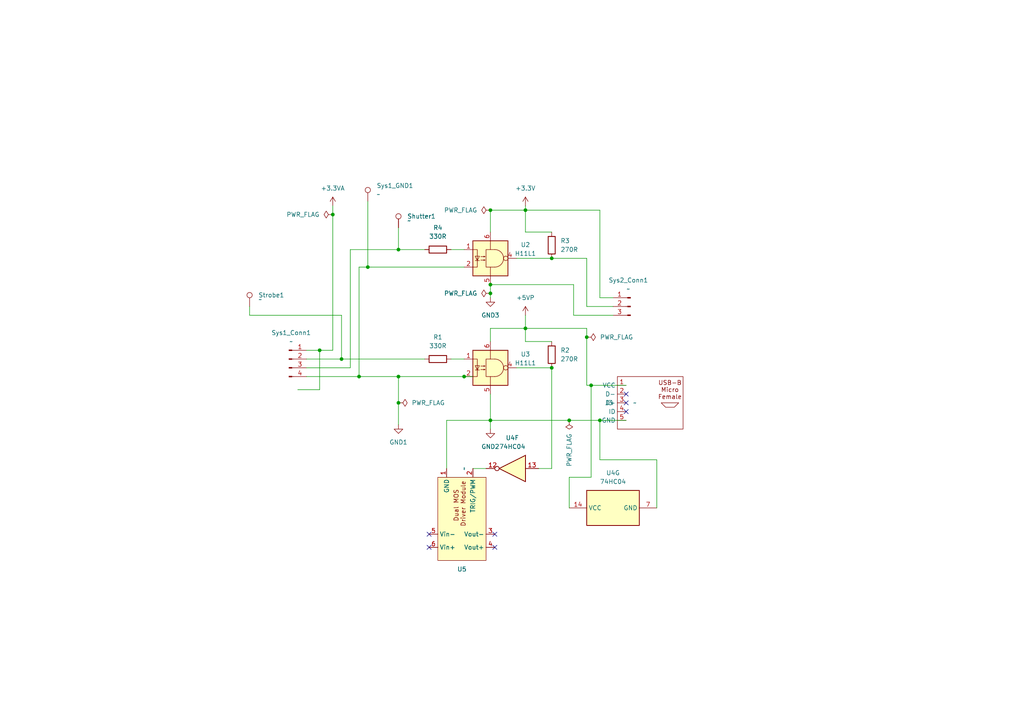
<source format=kicad_sch>
(kicad_sch (version 20230121) (generator eeschema)
  (paper "A4")
  (lib_symbols
    (symbol "74xx:74HC04"
      (property "Reference" "U" (at 0 1.27 0))
      (property "Value" "74HC04" (at 0 -1.27 0))
      (symbol "74HC04_1_0"
        (polyline (pts (xy -3.81 3.81) (xy -3.81 -3.81) (xy 3.81 0) (xy -3.81 3.81)) (stroke (width 0.254)) (fill (type background)))
        (pin input line (at -7.62 0 0) (length 3.81) (name "~") (number "1"))
        (pin output inverted (at 7.62 0 180) (length 3.81) (name "~") (number "2"))
      )
      (symbol "74HC04_2_0"
        (polyline (pts (xy -3.81 3.81) (xy -3.81 -3.81) (xy 3.81 0) (xy -3.81 3.81)) (stroke (width 0.254)) (fill (type background)))
        (pin input line (at -7.62 0 0) (length 3.81) (name "~") (number "3"))
        (pin output inverted (at 7.62 0 180) (length 3.81) (name "~") (number "4"))
      )
      (symbol "74HC04_3_0"
        (polyline (pts (xy -3.81 3.81) (xy -3.81 -3.81) (xy 3.81 0) (xy -3.81 3.81)) (stroke (width 0.254)) (fill (type background)))
        (pin input line (at -7.62 0 0) (length 3.81) (name "~") (number "5"))
        (pin output inverted (at 7.62 0 180) (length 3.81) (name "~") (number "6"))
      )
      (symbol "74HC04_4_0"
        (polyline (pts (xy -3.81 3.81) (xy -3.81 -3.81) (xy 3.81 0) (xy -3.81 3.81)) (stroke (width 0.254)) (fill (type background)))
        (pin output inverted (at 7.62 0 180) (length 3.81) (name "~") (number "8"))
        (pin input line (at -7.62 0 0) (length 3.81) (name "~") (number "9"))
      )
      (symbol "74HC04_5_0"
        (polyline (pts (xy -3.81 3.81) (xy -3.81 -3.81) (xy 3.81 0) (xy -3.81 3.81)) (stroke (width 0.254)) (fill (type background)))
        (pin output inverted (at 7.62 0 180) (length 3.81) (name "~") (number "10"))
        (pin input line (at -7.62 0 0) (length 3.81) (name "~") (number "11"))
      )
      (symbol "74HC04_6_0"
        (polyline (pts (xy -3.81 3.81) (xy -3.81 -3.81) (xy 3.81 0) (xy -3.81 3.81)) (stroke (width 0.254)) (fill (type background)))
        (pin output inverted (at 7.62 0 180) (length 3.81) (name "~") (number "12"))
        (pin input line (at -7.62 0 0) (length 3.81) (name "~") (number "13"))
      )
      (symbol "74HC04_7_0"
        (pin power_in line (at 0 12.7 270) (length 5.08) (name "VCC") (number "14"))
        (pin power_in line (at 0 -12.7 90) (length 5.08) (name "GND") (number "7"))
      )
      (symbol "74HC04_7_1"
        (rectangle (start -5.08 7.62) (end 5.08 -7.62) (stroke (width 0.254)) (fill (type background)))
      )
    )
    (symbol "Connector:Conn_01x03_Pin" (pin_names (offset 1.016) hide)
      (property "Reference" "J" (at 0 5.08 0))
      (property "Value" "Conn_01x03_Pin" (at 0 -5.08 0))
      (symbol "Conn_01x03_Pin_1_1"
        (polyline (pts (xy 1.27 -2.54) (xy 0.8636 -2.54)) (stroke (width 0.1524)))
        (polyline (pts (xy 1.27 0) (xy 0.8636 0)) (stroke (width 0.1524)))
        (polyline (pts (xy 1.27 2.54) (xy 0.8636 2.54)) (stroke (width 0.1524)))
        (rectangle (start 0.8636 -2.413) (end 0 -2.667) (stroke (width 0.1524)) (fill (type outline)))
        (rectangle (start 0.8636 0.127) (end 0 -0.127) (stroke (width 0.1524)) (fill (type outline)))
        (rectangle (start 0.8636 2.667) (end 0 2.413) (stroke (width 0.1524)) (fill (type outline)))
        (pin passive line (at 5.08 2.54 180) (length 3.81) (name "Pin_1") (number "1"))
        (pin passive line (at 5.08 0 180) (length 3.81) (name "Pin_2") (number "2"))
        (pin passive line (at 5.08 -2.54 180) (length 3.81) (name "Pin_3") (number "3"))
      )
    )
    (symbol "Connector:Conn_01x04_Pin" (pin_names (offset 1.016) hide)
      (property "Reference" "J" (at 0 5.08 0))
      (property "Value" "Conn_01x04_Pin" (at 0 -7.62 0))
      (symbol "Conn_01x04_Pin_1_1"
        (polyline (pts (xy 1.27 -5.08) (xy 0.8636 -5.08)) (stroke (width 0.1524)))
        (polyline (pts (xy 1.27 -2.54) (xy 0.8636 -2.54)) (stroke (width 0.1524)))
        (polyline (pts (xy 1.27 0) (xy 0.8636 0)) (stroke (width 0.1524)))
        (polyline (pts (xy 1.27 2.54) (xy 0.8636 2.54)) (stroke (width 0.1524)))
        (rectangle (start 0.8636 -4.953) (end 0 -5.207) (stroke (width 0.1524)) (fill (type outline)))
        (rectangle (start 0.8636 -2.413) (end 0 -2.667) (stroke (width 0.1524)) (fill (type outline)))
        (rectangle (start 0.8636 0.127) (end 0 -0.127) (stroke (width 0.1524)) (fill (type outline)))
        (rectangle (start 0.8636 2.667) (end 0 2.413) (stroke (width 0.1524)) (fill (type outline)))
        (pin passive line (at 5.08 2.54 180) (length 3.81) (name "Pin_1") (number "1"))
        (pin passive line (at 5.08 0 180) (length 3.81) (name "Pin_2") (number "2"))
        (pin passive line (at 5.08 -2.54 180) (length 3.81) (name "Pin_3") (number "3"))
        (pin passive line (at 5.08 -5.08 180) (length 3.81) (name "Pin_4") (number "4"))
      )
    )
    (symbol "Connector:TestPoint" (pin_numbers hide) (pin_names (offset 0.762) hide)
      (property "Reference" "TP" (at 0 6.858 0))
      (property "Value" "TestPoint" (at 0 5.08 0))
      (symbol "TestPoint_0_1"
        (circle (center 0 3.302) (radius 0.762))
      )
      (symbol "TestPoint_1_1"
        (pin passive line (at 0 0 90) (length 2.54) (name "1") (number "1"))
      )
    )
    (symbol "Device:R" (pin_numbers hide) (pin_names (offset 0))
      (property "Reference" "R" (at 2.032 0 90))
      (property "Value" "R" (at 0 0 90))
      (symbol "R_0_1"
        (rectangle (start -1.016 -2.54) (end 1.016 2.54) (stroke (width 0.254)))
      )
      (symbol "R_1_1"
        (pin passive line (at 0 3.81 270) (length 1.27) (name "~") (number "1"))
        (pin passive line (at 0 -3.81 90) (length 1.27) (name "~") (number "2"))
      )
    )
    (symbol "Isolator:H11L1" (pin_names (offset 1.016))
      (property "Reference" "U" (at 1.27 8.89 0))
      (property "Value" "H11L1" (at 1.27 6.35 0))
      (symbol "H11L1_0_1"
        (rectangle (start -5.08 5.08) (end 5.08 -5.08) (stroke (width 0.254)) (fill (type background)))
        (polyline (pts (xy -4.445 -0.635) (xy -3.175 -0.635)))
        (polyline (pts (xy 0 2.54) (xy 0 5.08)))
        (polyline (pts (xy 0 -2.54) (xy 0 -5.08) (xy 0 -3.81)))
        (polyline (pts (xy -5.08 -2.54) (xy -3.81 -2.54) (xy -3.81 2.54) (xy -5.08 2.54)))
        (polyline (pts (xy -3.81 -0.635) (xy -4.445 0.635) (xy -3.175 0.635) (xy -3.81 -0.635)))
        (polyline (pts (xy 1.27 -2.54) (xy -1.27 -2.54) (xy -1.27 2.54) (xy 1.27 2.54)))
        (polyline (pts (xy -2.794 -0.508) (xy -1.524 -0.508) (xy -1.905 -0.635) (xy -1.905 -0.381) (xy -1.524 -0.508)))
        (polyline (pts (xy -2.794 0.508) (xy -1.524 0.508) (xy -1.905 0.381) (xy -1.905 0.635) (xy -1.524 0.508)))
        (arc (start 1.27 -2.54) (mid 3.799 0) (end 1.27 2.54))
      )
      (symbol "H11L1_1_1"
        (pin passive line (at -7.62 2.54 0) (length 2.54) (name "~") (number "1"))
        (pin passive line (at -7.62 -2.54 0) (length 2.54) (name "~") (number "2"))
        (pin no_connect line (at -5.08 0 0) (length 2.54) hide (name "~") (number "3"))
        (pin output inverted (at 7.62 0 180) (length 3.81) (name "~") (number "4"))
        (pin power_in line (at 0 -7.62 90) (length 2.54) (name "~") (number "5"))
        (pin power_in line (at 0 7.62 270) (length 2.54) (name "~") (number "6"))
      )
    )
    (symbol "Verdant_Kicad_Symbol_Library:Dual_Mos_Driver_Module"
      (property "Reference" "U" (at 0 0 0))
      (symbol "Dual_Mos_Driver_Module_1_1"
        (rectangle (start 2.54 7.62) (end 26.67 -6.35) (fill (type background)))
        (text "Dual MOS \nDriver Module" (at 10.16 0 0) (effects (font (size 1.27 1.27))))
        (pin power_in line (at 0 -3.81 0) (length 2.54) (name "GND") (number "1"))
        (pin input line (at 0 3.81 0) (length 2.54) (name "TRIG/PWM") (number "2"))
        (pin power_in line (at 19.05 10.16 270) (length 2.54) (name "Vout-") (number "3"))
        (pin power_in line (at 22.86 10.16 270) (length 2.54) (name "Vout+") (number "4"))
        (pin power_out line (at 19.05 -8.89 90) (length 2.54) (name "Vin-") (number "5"))
        (pin power_out line (at 22.86 -8.89 90) (length 2.54) (name "Vin+") (number "6"))
      )
    )
    (symbol "Verdant_Kicad_Symbol_Library:USB_B_Micro_Female"
      (property "Reference" "J" (at 0 0 0))
      (symbol "USB_B_Micro_Female_0_1"
        (rectangle (start -13.97 7.62) (end 5.08 -7.62))
        (polyline (pts (xy -12.7 0) (xy -8.89 0) (xy -7.62 0) (xy -8.89 -1.27) (xy -11.43 -1.27) (xy -12.7 0)))
      )
      (symbol "USB_B_Micro_Female_1_1"
        (text "USB-B\nMicro\nFemale" (at -10.16 3.81 0) (effects (font (size 1.27 1.27))))
        (pin power_in line (at 2.54 5.08 0) (length 2.54) (name "VCC") (number "1"))
        (pin bidirectional line (at 2.54 2.54 0) (length 2.54) (name "D-") (number "2"))
        (pin bidirectional line (at 2.54 0 0) (length 2.54) (name "D+") (number "3"))
        (pin bidirectional line (at 2.54 -2.54 0) (length 2.54) (name "ID") (number "4"))
        (pin power_in line (at 2.54 -5.08 0) (length 2.54) (name "GND") (number "5"))
      )
    )
    (symbol "power:+3.3V" (power) (pin_names (offset 0))
      (property "Value" "+3.3V" (at 0 3.556 0))
      (symbol "+3.3V_0_1"
        (polyline (pts (xy -0.762 1.27) (xy 0 2.54)))
        (polyline (pts (xy 0 0) (xy 0 2.54)))
        (polyline (pts (xy 0 2.54) (xy 0.762 1.27)))
      )
      (symbol "+3.3V_1_1"
        (pin power_in line (at 0 0 90) (length 0) hide (name "+3.3V") (number "1"))
      )
    )
    (symbol "power:+3.3VA" (power) (pin_names (offset 0))
      (property "Value" "+3.3VA" (at 0 3.556 0))
      (symbol "+3.3VA_0_1"
        (polyline (pts (xy -0.762 1.27) (xy 0 2.54)))
        (polyline (pts (xy 0 0) (xy 0 2.54)))
        (polyline (pts (xy 0 2.54) (xy 0.762 1.27)))
      )
      (symbol "+3.3VA_1_1"
        (pin power_in line (at 0 0 90) (length 0) hide (name "+3.3VA") (number "1"))
      )
    )
    (symbol "power:+5VP" (power) (pin_names (offset 0))
      (property "Value" "+5VP" (at 0 3.556 0))
      (symbol "+5VP_0_1"
        (polyline (pts (xy -0.762 1.27) (xy 0 2.54)))
        (polyline (pts (xy 0 0) (xy 0 2.54)))
        (polyline (pts (xy 0 2.54) (xy 0.762 1.27)))
      )
      (symbol "+5VP_1_1"
        (pin power_in line (at 0 0 90) (length 0) hide (name "+5VP") (number "1"))
      )
    )
    (symbol "power:GND1" (power) (pin_names (offset 0))
      (property "Value" "GND1" (at 0 -3.81 0))
      (symbol "GND1_0_1"
        (polyline (pts (xy 0 0) (xy 0 -1.27) (xy 1.27 -1.27) (xy 0 -2.54) (xy -1.27 -1.27) (xy 0 -1.27)))
      )
      (symbol "GND1_1_1"
        (pin power_in line (at 0 0 270) (length 0) hide (name "GND1") (number "1"))
      )
    )
    (symbol "power:GND2" (power) (pin_names (offset 0))
      (property "Value" "GND2" (at 0 -3.81 0))
      (symbol "GND2_0_1"
        (polyline (pts (xy 0 0) (xy 0 -1.27) (xy 1.27 -1.27) (xy 0 -2.54) (xy -1.27 -1.27) (xy 0 -1.27)))
      )
      (symbol "GND2_1_1"
        (pin power_in line (at 0 0 270) (length 0) hide (name "GND2") (number "1"))
      )
    )
    (symbol "power:GND3" (power) (pin_names (offset 0))
      (property "Value" "GND3" (at 0 -3.81 0))
      (symbol "GND3_0_1"
        (polyline (pts (xy 0 0) (xy 0 -1.27) (xy 1.27 -1.27) (xy 0 -2.54) (xy -1.27 -1.27) (xy 0 -1.27)))
      )
      (symbol "GND3_1_1"
        (pin power_in line (at 0 0 270) (length 0) hide (name "GND3") (number "1"))
      )
    )
    (symbol "power:PWR_FLAG" (power) (pin_numbers hide) (pin_names (offset 0) hide)
      (property "Value" "PWR_FLAG" (at 0 3.81 0))
      (symbol "PWR_FLAG_0_0"
        (pin power_out line (at 0 0 90) (length 0) (name "pwr") (number "1"))
      )
      (symbol "PWR_FLAG_0_1"
        (polyline (pts (xy 0 0) (xy 0 1.27) (xy -1.016 1.905) (xy 0 2.54) (xy 1.016 1.905) (xy 0 1.27)))
      )
    )
  )
  (junction (at 99.06 104.14))
  (junction (at 142.24 82.55))
  (junction (at 104.14 109.22))
  (junction (at 142.24 85.09))
  (junction (at 171.45 111.76))
  (junction (at 152.4 95.25))
  (junction (at 115.57 72.39))
  (junction (at 106.68 77.47))
  (junction (at 170.18 97.79))
  (junction (at 134.62 109.22))
  (junction (at 160.02 74.93))
  (junction (at 142.24 121.92))
  (junction (at 115.57 109.22))
  (junction (at 92.71 101.6))
  (junction (at 173.99 121.92))
  (junction (at 115.57 116.84))
  (junction (at 96.52 62.23))
  (junction (at 165.1 121.92))
  (junction (at 152.4 60.96))
  (junction (at 160.02 106.68))
  (junction (at 142.24 60.96))
  (no_connect (at 143.51 158.75))
  (no_connect (at 124.46 154.94))
  (no_connect (at 143.51 154.94))
  (no_connect (at 181.61 116.84))
  (no_connect (at 181.61 119.38))
  (no_connect (at 181.61 114.3))
  (no_connect (at 124.46 158.75))
  (wire (pts (xy 137.16 109.22) (xy 134.62 109.22)))
  (wire (pts (xy 170.18 74.93) (xy 160.02 74.93)))
  (wire (pts (xy 134.62 109.22) (xy 115.57 109.22)))
  (wire (pts (xy 177.8 86.36) (xy 173.99 86.36)))
  (wire (pts (xy 166.37 91.44) (xy 166.37 82.55)))
  (wire (pts (xy 173.99 121.92) (xy 181.61 121.92)))
  (wire (pts (xy 130.81 104.14) (xy 134.62 104.14)))
  (wire (pts (xy 96.52 62.23) (xy 96.52 101.6)))
  (wire (pts (xy 152.4 91.44) (xy 152.4 95.25)))
  (wire (pts (xy 142.24 114.3) (xy 142.24 121.92)))
  (wire (pts (xy 152.4 95.25) (xy 152.4 99.06)))
  (wire (pts (xy 170.18 97.79) (xy 170.18 95.25)))
  (wire (pts (xy 165.1 147.32) (xy 165.1 138.43)))
  (wire (pts (xy 106.68 77.47) (xy 104.14 77.47)))
  (wire (pts (xy 170.18 95.25) (xy 152.4 95.25)))
  (wire (pts (xy 92.71 101.6) (xy 88.9 101.6)))
  (wire (pts (xy 160.02 106.68) (xy 160.02 135.89)))
  (wire (pts (xy 88.9 106.68) (xy 101.6 106.68)))
  (wire (pts (xy 129.54 121.92) (xy 129.54 135.89)))
  (wire (pts (xy 72.39 88.9) (xy 72.39 91.44)))
  (wire (pts (xy 142.24 121.92) (xy 142.24 124.46)))
  (wire (pts (xy 142.24 67.31) (xy 142.24 60.96)))
  (wire (pts (xy 86.36 113.03) (xy 92.71 113.03)))
  (wire (pts (xy 142.24 82.55) (xy 142.24 85.09)))
  (wire (pts (xy 104.14 77.47) (xy 104.14 109.22)))
  (wire (pts (xy 142.24 95.25) (xy 152.4 95.25)))
  (wire (pts (xy 88.9 104.14) (xy 99.06 104.14)))
  (wire (pts (xy 115.57 109.22) (xy 115.57 116.84)))
  (wire (pts (xy 142.24 121.92) (xy 129.54 121.92)))
  (wire (pts (xy 99.06 91.44) (xy 99.06 104.14)))
  (wire (pts (xy 96.52 101.6) (xy 92.71 101.6)))
  (wire (pts (xy 149.86 106.68) (xy 160.02 106.68)))
  (wire (pts (xy 152.4 67.31) (xy 152.4 60.96)))
  (wire (pts (xy 99.06 104.14) (xy 123.19 104.14)))
  (wire (pts (xy 177.8 91.44) (xy 166.37 91.44)))
  (wire (pts (xy 170.18 111.76) (xy 171.45 111.76)))
  (wire (pts (xy 88.9 109.22) (xy 104.14 109.22)))
  (wire (pts (xy 130.81 72.39) (xy 134.62 72.39)))
  (wire (pts (xy 106.68 58.42) (xy 106.68 77.47)))
  (wire (pts (xy 170.18 88.9) (xy 170.18 74.93)))
  (wire (pts (xy 115.57 66.04) (xy 115.57 72.39)))
  (wire (pts (xy 165.1 138.43) (xy 171.45 138.43)))
  (wire (pts (xy 115.57 116.84) (xy 115.57 123.19)))
  (wire (pts (xy 171.45 111.76) (xy 181.61 111.76)))
  (wire (pts (xy 101.6 106.68) (xy 101.6 72.39)))
  (wire (pts (xy 92.71 113.03) (xy 92.71 101.6)))
  (wire (pts (xy 171.45 138.43) (xy 171.45 111.76)))
  (wire (pts (xy 101.6 72.39) (xy 115.57 72.39)))
  (wire (pts (xy 173.99 60.96) (xy 152.4 60.96)))
  (wire (pts (xy 165.1 121.92) (xy 173.99 121.92)))
  (wire (pts (xy 104.14 109.22) (xy 115.57 109.22)))
  (wire (pts (xy 177.8 88.9) (xy 170.18 88.9)))
  (wire (pts (xy 160.02 99.06) (xy 152.4 99.06)))
  (wire (pts (xy 137.16 135.89) (xy 140.97 135.89)))
  (wire (pts (xy 115.57 72.39) (xy 123.19 72.39)))
  (wire (pts (xy 160.02 67.31) (xy 152.4 67.31)))
  (wire (pts (xy 142.24 82.55) (xy 166.37 82.55)))
  (wire (pts (xy 142.24 85.09) (xy 142.24 86.36)))
  (wire (pts (xy 173.99 121.92) (xy 173.99 133.35)))
  (wire (pts (xy 156.21 135.89) (xy 160.02 135.89)))
  (wire (pts (xy 152.4 60.96) (xy 152.4 59.69)))
  (wire (pts (xy 170.18 111.76) (xy 170.18 97.79)))
  (wire (pts (xy 190.5 133.35) (xy 173.99 133.35)))
  (wire (pts (xy 173.99 86.36) (xy 173.99 60.96)))
  (wire (pts (xy 142.24 60.96) (xy 152.4 60.96)))
  (wire (pts (xy 142.24 121.92) (xy 165.1 121.92)))
  (wire (pts (xy 149.86 74.93) (xy 160.02 74.93)))
  (wire (pts (xy 96.52 59.69) (xy 96.52 62.23)))
  (wire (pts (xy 142.24 99.06) (xy 142.24 95.25)))
  (wire (pts (xy 134.62 77.47) (xy 106.68 77.47)))
  (wire (pts (xy 72.39 91.44) (xy 99.06 91.44)))
  (wire (pts (xy 190.5 147.32) (xy 190.5 133.35)))
  (symbol (lib_id "power:+5VP") (at 152.4 91.44 0) (unit 1)
    (property "Reference" "#PWR03" (effects hide))
    (property "Value" "+5VP" (at 152.4 86.36 0))
  )
  (symbol (lib_id "power:GND1") (at 115.57 123.19 0) (unit 1)
    (property "Reference" "#PWR02" (effects hide))
    (property "Value" "GND1" (at 115.57 128.27 0))
  )
  (symbol (lib_id "74xx:74HC04") (at 148.59 135.89 0) (mirror y) (unit 6)
    (property "Reference" "U4" (at 148.59 127 0))
    (property "Value" "74HC04" (at 148.59 129.54 0))
    (property "Footprint" "Package_DIP:DIP-14_W7.62mm_Socket" (effects hide))
    (property "Datasheet" "https://assets.nexperia.com/documents/data-sheet/74HC_HCT04.pdf" (effects hide))
  )
  (symbol (lib_id "power:GND2") (at 142.24 124.46 0) (unit 1)
    (property "Reference" "#PWR04" (effects hide))
    (property "Value" "GND2" (at 142.24 129.54 0))
  )
  (symbol (lib_id "power:PWR_FLAG") (at 96.52 62.23 90) (unit 1)
    (property "Reference" "#FLG01" (effects hide))
    (property "Value" "PWR_FLAG" (at 92.71 62.23 90) (effects (justify left)))
  )
  (symbol (lib_id "Device:R") (at 160.02 102.87 180) (unit 1)
    (property "Reference" "R2" (at 162.56 101.6 0) (effects (justify right)))
    (property "Value" "270R" (at 162.56 104.14 0) (effects (justify right)))
    (property "Footprint" "Resistor_THT:R_Axial_DIN0207_L6.3mm_D2.5mm_P10.16mm_Horizontal" (effects hide))
  )
  (symbol (lib_id "Connector:Conn_01x03_Pin") (at 182.88 88.9 0) (mirror y) (unit 1)
    (property "Reference" "Sys2_Conn1" (at 182.245 81.28 0))
    (property "Value" "~" (at 182.245 83.82 0))
    (property "Footprint" "Connector_PinHeader_2.54mm:PinHeader_1x03_P2.54mm_Vertical" (effects hide))
  )
  (symbol (lib_id "Isolator:H11L1") (at 142.24 74.93 0) (unit 1)
    (property "Reference" "U2" (at 152.4 70.9931 0))
    (property "Value" "H11L1" (at 152.4 73.5331 0))
    (property "Footprint" "Package_DIP:DIP-6_W7.62mm" (effects hide))
    (property "Datasheet" "https://www.onsemi.com/pub/Collateral/H11L3M-D.PDF" (effects hide))
  )
  (symbol (lib_id "74xx:74HC04") (at 177.8 147.32 90) (mirror x) (unit 7)
    (property "Reference" "U4" (at 177.8 137.16 90))
    (property "Value" "74HC04" (at 177.8 139.7 90))
    (property "Footprint" "Package_DIP:DIP-14_W7.62mm_Socket" (effects hide))
    (property "Datasheet" "https://assets.nexperia.com/documents/data-sheet/74HC_HCT04.pdf" (effects hide))
  )
  (symbol (lib_id "Connector:TestPoint") (at 72.39 88.9 0) (unit 1)
    (property "Reference" "Strobe1" (at 74.93 85.598 0) (effects (justify left)))
    (property "Value" "~" (at 74.93 86.868 0) (effects (justify left)))
    (property "Footprint" "TestPoint:TestPoint_THTPad_2.5x2.5mm_Drill1.2mm" (effects hide))
  )
  (symbol (lib_id "Verdant_Kicad_Symbol_Library:Dual_Mos_Driver_Module") (at 133.35 135.89 270) (unit 1)
    (property "Reference" "U5" (at 133.985 165.1 90))
    (property "Value" "~" (at 134.62 135.89 0))
    (property "Footprint" "Verdant_Custom_Footprint_Library:PCB Dual MOS Driver Module" (effects hide))
  )
  (symbol (lib_id "Device:R") (at 127 104.14 270) (unit 1)
    (property "Reference" "R1" (at 127 97.79 90))
    (property "Value" "330R" (at 127 100.33 90))
    (property "Footprint" "Resistor_THT:R_Axial_DIN0207_L6.3mm_D2.5mm_P10.16mm_Horizontal" (effects hide))
  )
  (symbol (lib_id "power:PWR_FLAG") (at 115.57 116.84 270) (mirror x) (unit 1)
    (property "Reference" "#FLG04" (effects hide))
    (property "Value" "PWR_FLAG" (at 119.38 116.84 90) (effects (justify left)))
  )
  (symbol (lib_id "power:PWR_FLAG") (at 165.1 121.92 180) (unit 1)
    (property "Reference" "#FLG03" (effects hide))
    (property "Value" "PWR_FLAG" (at 165.1 125.73 90) (effects (justify left)))
  )
  (symbol (lib_id "Device:R") (at 160.02 71.12 180) (unit 1)
    (property "Reference" "R3" (at 162.56 69.85 0) (effects (justify right)))
    (property "Value" "270R" (at 162.56 72.39 0) (effects (justify right)))
    (property "Footprint" "Resistor_THT:R_Axial_DIN0207_L6.3mm_D2.5mm_P10.16mm_Horizontal" (effects hide))
  )
  (symbol (lib_id "power:GND3") (at 142.24 86.36 0) (unit 1)
    (property "Reference" "#PWR06" (effects hide))
    (property "Value" "GND3" (at 142.24 91.44 0))
  )
  (symbol (lib_id "Device:R") (at 127 72.39 270) (unit 1)
    (property "Reference" "R4" (at 127 66.04 90))
    (property "Value" "330R" (at 127 68.58 90))
    (property "Footprint" "Resistor_THT:R_Axial_DIN0207_L6.3mm_D2.5mm_P10.16mm_Horizontal" (effects hide))
  )
  (symbol (lib_id "power:PWR_FLAG") (at 170.18 97.79 270) (mirror x) (unit 1)
    (property "Reference" "#FLG05" (effects hide))
    (property "Value" "PWR_FLAG" (at 173.99 97.79 90) (effects (justify left)))
  )
  (symbol (lib_id "Connector:Conn_01x04_Pin") (at 83.82 104.14 0) (unit 1)
    (property "Reference" "Sys1_Conn1" (at 84.455 96.52 0))
    (property "Value" "~" (at 84.455 99.06 0))
    (property "Footprint" "Connector_PinHeader_2.54mm:PinHeader_1x04_P2.54mm_Vertical" (effects hide))
  )
  (symbol (lib_id "Connector:TestPoint") (at 106.68 58.42 0) (unit 1)
    (property "Reference" "Sys1_GND1" (at 109.22 53.848 0) (effects (justify left)))
    (property "Value" "~" (at 109.22 56.388 0) (effects (justify left)))
    (property "Footprint" "TestPoint:TestPoint_THTPad_2.5x2.5mm_Drill1.2mm" (effects hide))
  )
  (symbol (lib_id "Connector:TestPoint") (at 115.57 66.04 0) (unit 1)
    (property "Reference" "Shutter1" (at 118.11 62.738 0) (effects (justify left)))
    (property "Value" "~" (at 118.11 64.008 0) (effects (justify left)))
    (property "Footprint" "TestPoint:TestPoint_THTPad_2.5x2.5mm_Drill1.2mm" (effects hide))
  )
  (symbol (lib_id "power:PWR_FLAG") (at 142.24 60.96 90) (unit 1)
    (property "Reference" "#FLG02" (effects hide))
    (property "Value" "PWR_FLAG" (at 138.43 60.96 90) (effects (justify left)))
  )
  (symbol (lib_id "Verdant_Kicad_Symbol_Library:USB_B_Micro_Female") (at 184.15 116.84 0) (mirror y) (unit 1)
    (property "Reference" "J3" (at 177.8 116.84 0) (effects (justify left)))
    (property "Value" "~" (at 184.15 116.84 0))
    (property "Footprint" "Verdant_Custom_Footprint_Library:Micro_USB_B_Female" (effects hide))
  )
  (symbol (lib_id "power:+3.3VA") (at 96.52 59.69 0) (unit 1)
    (property "Reference" "#PWR01" (effects hide))
    (property "Value" "+3.3VA" (at 96.52 54.61 0))
  )
  (symbol (lib_id "power:PWR_FLAG") (at 142.24 85.09 90) (unit 1)
    (property "Reference" "#FLG06" (effects hide))
    (property "Value" "PWR_FLAG" (at 138.43 85.09 90) (effects (justify left)))
  )
  (symbol (lib_id "Isolator:H11L1") (at 142.24 106.68 0) (unit 1)
    (property "Reference" "U3" (at 152.4 102.7431 0))
    (property "Value" "H11L1" (at 152.4 105.2831 0))
    (property "Footprint" "Package_DIP:DIP-6_W7.62mm" (effects hide))
    (property "Datasheet" "https://www.onsemi.com/pub/Collateral/H11L3M-D.PDF" (effects hide))
  )
  (symbol (lib_id "power:+3.3V") (at 152.4 59.69 0) (unit 1)
    (property "Reference" "#PWR05" (effects hide))
    (property "Value" "+3.3V" (at 152.4 54.61 0))
  )
)
</source>
